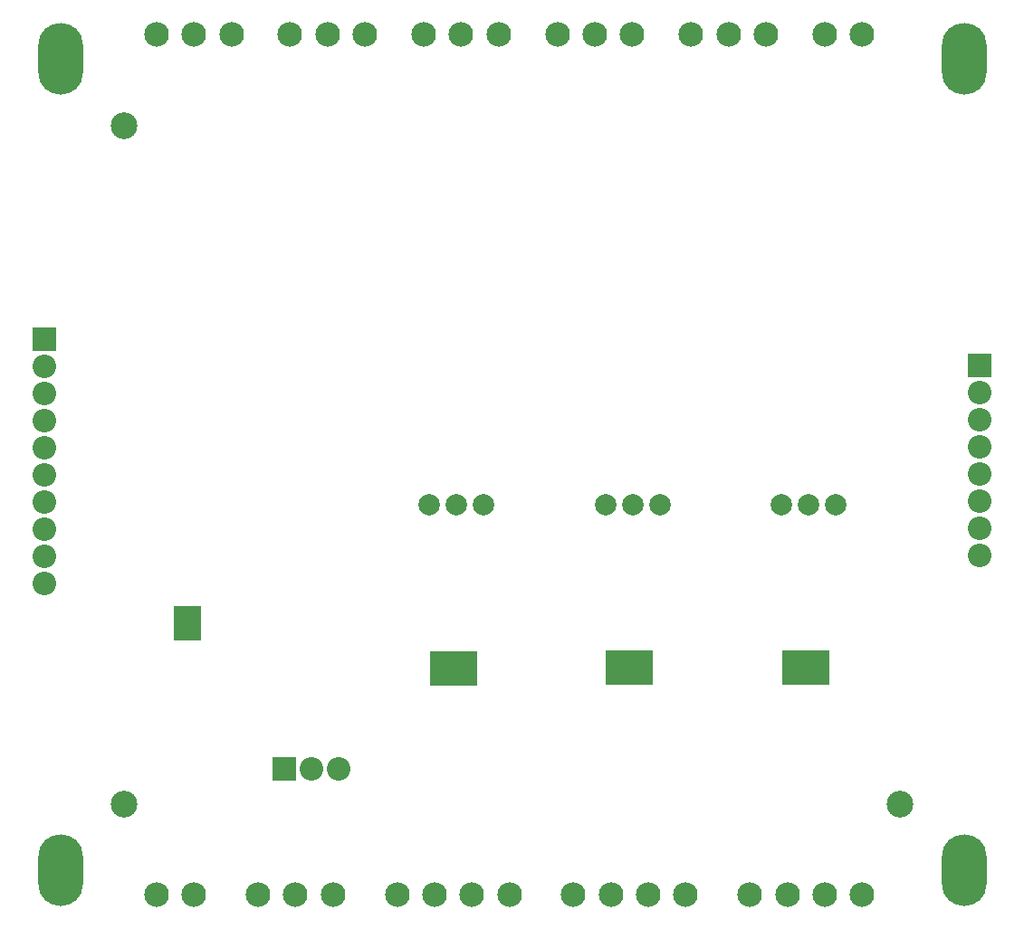
<source format=gbs>
G04*
G04 #@! TF.GenerationSoftware,Altium Limited,Altium Designer,21.9.2 (33)*
G04*
G04 Layer_Color=16711935*
%FSLAX25Y25*%
%MOIN*%
G70*
G04*
G04 #@! TF.SameCoordinates,034F36C6-47A8-4C4D-BE73-3EC9485E6904*
G04*
G04*
G04 #@! TF.FilePolarity,Negative*
G04*
G01*
G75*
G04:AMPARAMS|DCode=37|XSize=98.43mil|YSize=98.43mil|CornerRadius=49.21mil|HoleSize=0mil|Usage=FLASHONLY|Rotation=0.000|XOffset=0mil|YOffset=0mil|HoleType=Round|Shape=RoundedRectangle|*
%AMROUNDEDRECTD37*
21,1,0.09843,0.00000,0,0,0.0*
21,1,0.00000,0.09843,0,0,0.0*
1,1,0.09843,0.00000,0.00000*
1,1,0.09843,0.00000,0.00000*
1,1,0.09843,0.00000,0.00000*
1,1,0.09843,0.00000,0.00000*
%
%ADD37ROUNDEDRECTD37*%
%ADD38C,0.08674*%
%ADD39R,0.08674X0.08674*%
%ADD40C,0.09068*%
%ADD41C,0.07887*%
%ADD42R,0.08674X0.08674*%
%ADD43R,0.17808X0.12611*%
%ADD44R,0.10249X0.13005*%
G04:AMPARAMS|DCode=45|XSize=165.48mil|YSize=263.91mil|CornerRadius=82.74mil|HoleSize=0mil|Usage=FLASHONLY|Rotation=180.000|XOffset=0mil|YOffset=0mil|HoleType=Round|Shape=RoundedRectangle|*
%AMROUNDEDRECTD45*
21,1,0.16548,0.09843,0,0,180.0*
21,1,0.00000,0.26391,0,0,180.0*
1,1,0.16548,0.00000,0.04921*
1,1,0.16548,0.00000,0.04921*
1,1,0.16548,0.00000,-0.04921*
1,1,0.16548,0.00000,-0.04921*
%
%ADD45ROUNDEDRECTD45*%
%ADD46C,0.03162*%
D37*
X324803Y45276D02*
D03*
X39370D02*
D03*
Y295276D02*
D03*
D38*
X9843Y156535D02*
D03*
Y176535D02*
D03*
Y186535D02*
D03*
Y206535D02*
D03*
Y196535D02*
D03*
Y166535D02*
D03*
Y146535D02*
D03*
Y126535D02*
D03*
Y136535D02*
D03*
X354331Y136693D02*
D03*
Y156693D02*
D03*
Y186693D02*
D03*
Y196693D02*
D03*
Y176693D02*
D03*
Y166693D02*
D03*
Y146693D02*
D03*
X108268Y58071D02*
D03*
X118268D02*
D03*
D39*
X9843Y216535D02*
D03*
X354331Y206693D02*
D03*
D40*
X88583Y11811D02*
D03*
X102362D02*
D03*
X116142D02*
D03*
X78740Y328740D02*
D03*
X64961D02*
D03*
X51181D02*
D03*
X127953D02*
D03*
X114173D02*
D03*
X100394D02*
D03*
X177165D02*
D03*
X163386D02*
D03*
X149606D02*
D03*
X226378D02*
D03*
X212598D02*
D03*
X198819D02*
D03*
X275590D02*
D03*
X261811D02*
D03*
X248031D02*
D03*
X311024D02*
D03*
X297244D02*
D03*
X269685Y11811D02*
D03*
X311024D02*
D03*
X283465D02*
D03*
X297244D02*
D03*
X204724D02*
D03*
X246063D02*
D03*
X218504D02*
D03*
X232283D02*
D03*
X139764D02*
D03*
X181102D02*
D03*
X153543D02*
D03*
X167323D02*
D03*
X51181D02*
D03*
X64961D02*
D03*
D41*
X301339Y155512D02*
D03*
X291339D02*
D03*
X281339D02*
D03*
X236535D02*
D03*
X226535D02*
D03*
X216535D02*
D03*
X171575D02*
D03*
X161575D02*
D03*
X151575D02*
D03*
D42*
X98268Y58071D02*
D03*
D43*
X290354Y95473D02*
D03*
X225394Y95472D02*
D03*
X160531Y95276D02*
D03*
D44*
X62417Y111756D02*
D03*
D45*
X348425Y20669D02*
D03*
X15748D02*
D03*
X348425Y319882D02*
D03*
X15748D02*
D03*
D46*
X284449Y91536D02*
D03*
Y95473D02*
D03*
Y99410D02*
D03*
X287402Y91536D02*
D03*
Y95473D02*
D03*
Y99410D02*
D03*
X290354Y91536D02*
D03*
Y95473D02*
D03*
Y99410D02*
D03*
X293307Y91536D02*
D03*
Y95473D02*
D03*
Y99410D02*
D03*
X296260Y91536D02*
D03*
Y95473D02*
D03*
Y99410D02*
D03*
X219488Y91535D02*
D03*
Y95472D02*
D03*
Y99409D02*
D03*
X222441Y91535D02*
D03*
Y95472D02*
D03*
Y99409D02*
D03*
X225394Y91535D02*
D03*
Y95472D02*
D03*
Y99409D02*
D03*
X228346Y91535D02*
D03*
Y95472D02*
D03*
Y99409D02*
D03*
X231299Y91535D02*
D03*
Y95472D02*
D03*
Y99409D02*
D03*
X154626Y91339D02*
D03*
Y95276D02*
D03*
Y99213D02*
D03*
X157579Y91339D02*
D03*
Y95276D02*
D03*
Y99213D02*
D03*
X160531Y91339D02*
D03*
Y95276D02*
D03*
Y99213D02*
D03*
X163484Y91339D02*
D03*
Y95276D02*
D03*
Y99213D02*
D03*
X166437Y91339D02*
D03*
Y95276D02*
D03*
Y99213D02*
D03*
M02*

</source>
